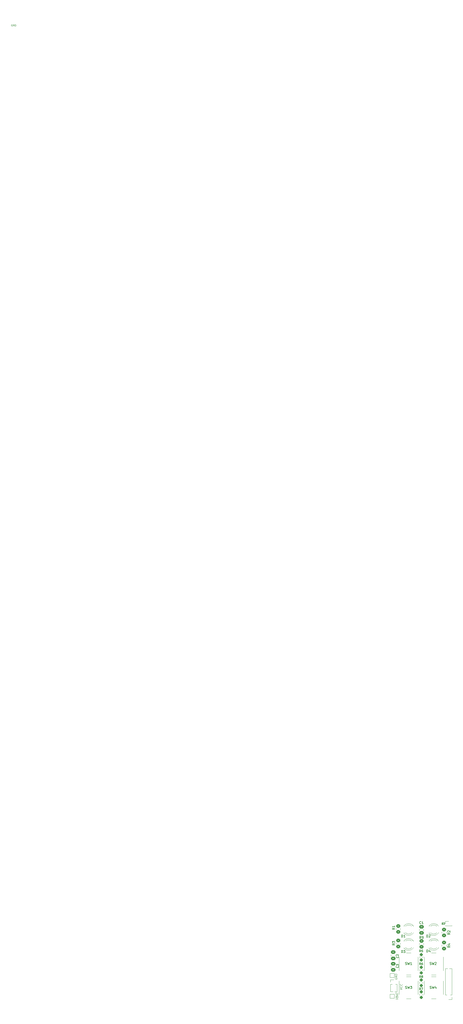
<source format=gbr>
%TF.GenerationSoftware,KiCad,Pcbnew,8.0.8-8.0.8-0~ubuntu22.04.1*%
%TF.CreationDate,2025-02-18T10:23:41+01:00*%
%TF.ProjectId,HB_Stamp_IO_EXT_LEDs_Buttons_FUEL4EP,48425f53-7461-46d7-905f-494f5f455854,1.5*%
%TF.SameCoordinates,Original*%
%TF.FileFunction,Legend,Top*%
%TF.FilePolarity,Positive*%
%FSLAX46Y46*%
G04 Gerber Fmt 4.6, Leading zero omitted, Abs format (unit mm)*
G04 Created by KiCad (PCBNEW 8.0.8-8.0.8-0~ubuntu22.04.1) date 2025-02-18 10:23:41*
%MOMM*%
%LPD*%
G01*
G04 APERTURE LIST*
G04 Aperture macros list*
%AMRoundRect*
0 Rectangle with rounded corners*
0 $1 Rounding radius*
0 $2 $3 $4 $5 $6 $7 $8 $9 X,Y pos of 4 corners*
0 Add a 4 corners polygon primitive as box body*
4,1,4,$2,$3,$4,$5,$6,$7,$8,$9,$2,$3,0*
0 Add four circle primitives for the rounded corners*
1,1,$1+$1,$2,$3*
1,1,$1+$1,$4,$5*
1,1,$1+$1,$6,$7*
1,1,$1+$1,$8,$9*
0 Add four rect primitives between the rounded corners*
20,1,$1+$1,$2,$3,$4,$5,0*
20,1,$1+$1,$4,$5,$6,$7,0*
20,1,$1+$1,$6,$7,$8,$9,0*
20,1,$1+$1,$8,$9,$2,$3,0*%
G04 Aperture macros list end*
%ADD10C,0.150000*%
%ADD11C,0.100000*%
%ADD12C,0.120000*%
%ADD13R,1.800000X1.800000*%
%ADD14C,1.800000*%
%ADD15RoundRect,0.250000X-0.450000X0.350000X-0.450000X-0.350000X0.450000X-0.350000X0.450000X0.350000X0*%
%ADD16R,1.000000X1.000000*%
%ADD17O,1.000000X1.000000*%
%ADD18RoundRect,0.237500X-0.237500X0.250000X-0.237500X-0.250000X0.237500X-0.250000X0.237500X0.250000X0*%
%ADD19C,2.000000*%
%ADD20RoundRect,0.237500X0.237500X-0.250000X0.237500X0.250000X-0.237500X0.250000X-0.237500X-0.250000X0*%
%ADD21RoundRect,0.250000X-0.475000X0.337500X-0.475000X-0.337500X0.475000X-0.337500X0.475000X0.337500X0*%
%ADD22RoundRect,0.250000X0.475000X-0.337500X0.475000X0.337500X-0.475000X0.337500X-0.475000X-0.337500X0*%
G04 APERTURE END LIST*
D10*
X18170741Y25998714D02*
X18256455Y25970142D01*
X18256455Y25970142D02*
X18285026Y25941571D01*
X18285026Y25941571D02*
X18313598Y25884428D01*
X18313598Y25884428D02*
X18313598Y25798714D01*
X18313598Y25798714D02*
X18285026Y25741571D01*
X18285026Y25741571D02*
X18256455Y25713000D01*
X18256455Y25713000D02*
X18199312Y25684428D01*
X18199312Y25684428D02*
X17970741Y25684428D01*
X17970741Y25684428D02*
X17970741Y26284428D01*
X17970741Y26284428D02*
X18170741Y26284428D01*
X18170741Y26284428D02*
X18227884Y26255857D01*
X18227884Y26255857D02*
X18256455Y26227285D01*
X18256455Y26227285D02*
X18285026Y26170142D01*
X18285026Y26170142D02*
X18285026Y26113000D01*
X18285026Y26113000D02*
X18256455Y26055857D01*
X18256455Y26055857D02*
X18227884Y26027285D01*
X18227884Y26027285D02*
X18170741Y25998714D01*
X18170741Y25998714D02*
X17970741Y25998714D01*
X18513598Y26284428D02*
X18885026Y26284428D01*
X18885026Y26284428D02*
X18685026Y26055857D01*
X18685026Y26055857D02*
X18770741Y26055857D01*
X18770741Y26055857D02*
X18827884Y26027285D01*
X18827884Y26027285D02*
X18856455Y25998714D01*
X18856455Y25998714D02*
X18885026Y25941571D01*
X18885026Y25941571D02*
X18885026Y25798714D01*
X18885026Y25798714D02*
X18856455Y25741571D01*
X18856455Y25741571D02*
X18827884Y25713000D01*
X18827884Y25713000D02*
X18770741Y25684428D01*
X18770741Y25684428D02*
X18599312Y25684428D01*
X18599312Y25684428D02*
X18542169Y25713000D01*
X18542169Y25713000D02*
X18513598Y25741571D01*
D11*
X3936633Y3976000D02*
X4636633Y4121833D01*
X4636633Y4121833D02*
X3936633Y4442666D01*
X4569966Y4996833D02*
X4603300Y4959333D01*
X4603300Y4959333D02*
X4636633Y4855166D01*
X4636633Y4855166D02*
X4636633Y4788500D01*
X4636633Y4788500D02*
X4603300Y4692666D01*
X4603300Y4692666D02*
X4536633Y4634333D01*
X4536633Y4634333D02*
X4469966Y4609333D01*
X4469966Y4609333D02*
X4336633Y4592666D01*
X4336633Y4592666D02*
X4236633Y4605166D01*
X4236633Y4605166D02*
X4103300Y4655166D01*
X4103300Y4655166D02*
X4036633Y4696833D01*
X4036633Y4696833D02*
X3969966Y4771833D01*
X3969966Y4771833D02*
X3936633Y4876000D01*
X3936633Y4876000D02*
X3936633Y4942666D01*
X3936633Y4942666D02*
X3969966Y5038500D01*
X3969966Y5038500D02*
X4003300Y5067666D01*
X4569966Y5696833D02*
X4603300Y5659333D01*
X4603300Y5659333D02*
X4636633Y5555166D01*
X4636633Y5555166D02*
X4636633Y5488500D01*
X4636633Y5488500D02*
X4603300Y5392666D01*
X4603300Y5392666D02*
X4536633Y5334333D01*
X4536633Y5334333D02*
X4469966Y5309333D01*
X4469966Y5309333D02*
X4336633Y5292666D01*
X4336633Y5292666D02*
X4236633Y5305166D01*
X4236633Y5305166D02*
X4103300Y5355166D01*
X4103300Y5355166D02*
X4036633Y5396833D01*
X4036633Y5396833D02*
X3969966Y5471833D01*
X3969966Y5471833D02*
X3936633Y5576000D01*
X3936633Y5576000D02*
X3936633Y5642666D01*
X3936633Y5642666D02*
X3969966Y5738500D01*
X3969966Y5738500D02*
X4003300Y5767666D01*
X2242766Y7775434D02*
X2209433Y7712934D01*
X2209433Y7712934D02*
X2209433Y7612934D01*
X2209433Y7612934D02*
X2242766Y7508767D01*
X2242766Y7508767D02*
X2309433Y7433767D01*
X2309433Y7433767D02*
X2376100Y7392100D01*
X2376100Y7392100D02*
X2509433Y7342100D01*
X2509433Y7342100D02*
X2609433Y7329600D01*
X2609433Y7329600D02*
X2742766Y7346267D01*
X2742766Y7346267D02*
X2809433Y7371267D01*
X2809433Y7371267D02*
X2876100Y7429600D01*
X2876100Y7429600D02*
X2909433Y7525434D01*
X2909433Y7525434D02*
X2909433Y7592100D01*
X2909433Y7592100D02*
X2876100Y7696267D01*
X2876100Y7696267D02*
X2842766Y7733767D01*
X2842766Y7733767D02*
X2609433Y7762934D01*
X2609433Y7762934D02*
X2609433Y7629600D01*
X2909433Y8025434D02*
X2209433Y8112934D01*
X2209433Y8112934D02*
X2909433Y8425434D01*
X2909433Y8425434D02*
X2209433Y8512934D01*
X2909433Y8758767D02*
X2209433Y8846267D01*
X2209433Y8846267D02*
X2209433Y9012933D01*
X2209433Y9012933D02*
X2242766Y9108767D01*
X2242766Y9108767D02*
X2309433Y9167100D01*
X2309433Y9167100D02*
X2376100Y9192100D01*
X2376100Y9192100D02*
X2509433Y9208767D01*
X2509433Y9208767D02*
X2609433Y9196267D01*
X2609433Y9196267D02*
X2742766Y9146267D01*
X2742766Y9146267D02*
X2809433Y9104600D01*
X2809433Y9104600D02*
X2876100Y9029600D01*
X2876100Y9029600D02*
X2909433Y8925433D01*
X2909433Y8925433D02*
X2909433Y8758767D01*
X-125933142Y326689057D02*
X-125990285Y326717628D01*
X-125990285Y326717628D02*
X-126075999Y326717628D01*
X-126075999Y326717628D02*
X-126161713Y326689057D01*
X-126161713Y326689057D02*
X-126218856Y326631914D01*
X-126218856Y326631914D02*
X-126247427Y326574771D01*
X-126247427Y326574771D02*
X-126275999Y326460485D01*
X-126275999Y326460485D02*
X-126275999Y326374771D01*
X-126275999Y326374771D02*
X-126247427Y326260485D01*
X-126247427Y326260485D02*
X-126218856Y326203342D01*
X-126218856Y326203342D02*
X-126161713Y326146200D01*
X-126161713Y326146200D02*
X-126075999Y326117628D01*
X-126075999Y326117628D02*
X-126018856Y326117628D01*
X-126018856Y326117628D02*
X-125933142Y326146200D01*
X-125933142Y326146200D02*
X-125904570Y326174771D01*
X-125904570Y326174771D02*
X-125904570Y326374771D01*
X-125904570Y326374771D02*
X-126018856Y326374771D01*
X-125647427Y326117628D02*
X-125647427Y326717628D01*
X-125647427Y326717628D02*
X-125304570Y326117628D01*
X-125304570Y326117628D02*
X-125304570Y326717628D01*
X-125018856Y326117628D02*
X-125018856Y326717628D01*
X-125018856Y326717628D02*
X-124875999Y326717628D01*
X-124875999Y326717628D02*
X-124790285Y326689057D01*
X-124790285Y326689057D02*
X-124733142Y326631914D01*
X-124733142Y326631914D02*
X-124704571Y326574771D01*
X-124704571Y326574771D02*
X-124675999Y326460485D01*
X-124675999Y326460485D02*
X-124675999Y326374771D01*
X-124675999Y326374771D02*
X-124704571Y326260485D01*
X-124704571Y326260485D02*
X-124733142Y326203342D01*
X-124733142Y326203342D02*
X-124790285Y326146200D01*
X-124790285Y326146200D02*
X-124875999Y326117628D01*
X-124875999Y326117628D02*
X-125018856Y326117628D01*
X2514233Y660534D02*
X3214233Y806367D01*
X3214233Y806367D02*
X2514233Y1127200D01*
X2847566Y1552200D02*
X2880900Y1648034D01*
X2880900Y1648034D02*
X2914233Y1677200D01*
X2914233Y1677200D02*
X2980900Y1702200D01*
X2980900Y1702200D02*
X3080900Y1689700D01*
X3080900Y1689700D02*
X3147566Y1648034D01*
X3147566Y1648034D02*
X3180900Y1610534D01*
X3180900Y1610534D02*
X3214233Y1539700D01*
X3214233Y1539700D02*
X3214233Y1273034D01*
X3214233Y1273034D02*
X2514233Y1360534D01*
X2514233Y1360534D02*
X2514233Y1593867D01*
X2514233Y1593867D02*
X2547566Y1656367D01*
X2547566Y1656367D02*
X2580900Y1685534D01*
X2580900Y1685534D02*
X2647566Y1710534D01*
X2647566Y1710534D02*
X2714233Y1702200D01*
X2714233Y1702200D02*
X2780900Y1660534D01*
X2780900Y1660534D02*
X2814233Y1623034D01*
X2814233Y1623034D02*
X2847566Y1552200D01*
X2847566Y1552200D02*
X2847566Y1318867D01*
X3014233Y1964700D02*
X3014233Y2298034D01*
X3214233Y1873034D02*
X2514233Y2193867D01*
X2514233Y2193867D02*
X3214233Y2339700D01*
X2514233Y2560534D02*
X2514233Y2960534D01*
X3214233Y2673034D02*
X2514233Y2760534D01*
D10*
X4419524Y21437704D02*
X4419524Y22237704D01*
X4419524Y22237704D02*
X4610000Y22237704D01*
X4610000Y22237704D02*
X4724286Y22199609D01*
X4724286Y22199609D02*
X4800476Y22123419D01*
X4800476Y22123419D02*
X4838571Y22047228D01*
X4838571Y22047228D02*
X4876667Y21894847D01*
X4876667Y21894847D02*
X4876667Y21780561D01*
X4876667Y21780561D02*
X4838571Y21628180D01*
X4838571Y21628180D02*
X4800476Y21551990D01*
X4800476Y21551990D02*
X4724286Y21475800D01*
X4724286Y21475800D02*
X4610000Y21437704D01*
X4610000Y21437704D02*
X4419524Y21437704D01*
X5638571Y21437704D02*
X5181428Y21437704D01*
X5410000Y21437704D02*
X5410000Y22237704D01*
X5410000Y22237704D02*
X5333809Y22123419D01*
X5333809Y22123419D02*
X5257619Y22047228D01*
X5257619Y22047228D02*
X5181428Y22009133D01*
X20681295Y22853667D02*
X20300342Y22587000D01*
X20681295Y22396524D02*
X19881295Y22396524D01*
X19881295Y22396524D02*
X19881295Y22701286D01*
X19881295Y22701286D02*
X19919390Y22777476D01*
X19919390Y22777476D02*
X19957485Y22815571D01*
X19957485Y22815571D02*
X20033676Y22853667D01*
X20033676Y22853667D02*
X20147961Y22853667D01*
X20147961Y22853667D02*
X20224152Y22815571D01*
X20224152Y22815571D02*
X20262247Y22777476D01*
X20262247Y22777476D02*
X20300342Y22701286D01*
X20300342Y22701286D02*
X20300342Y22396524D01*
X19957485Y23158428D02*
X19919390Y23196524D01*
X19919390Y23196524D02*
X19881295Y23272714D01*
X19881295Y23272714D02*
X19881295Y23463190D01*
X19881295Y23463190D02*
X19919390Y23539381D01*
X19919390Y23539381D02*
X19957485Y23577476D01*
X19957485Y23577476D02*
X20033676Y23615571D01*
X20033676Y23615571D02*
X20109866Y23615571D01*
X20109866Y23615571D02*
X20224152Y23577476D01*
X20224152Y23577476D02*
X20681295Y23120333D01*
X20681295Y23120333D02*
X20681295Y23615571D01*
X10883333Y3783966D02*
X10650000Y4117300D01*
X10483333Y3783966D02*
X10483333Y4483966D01*
X10483333Y4483966D02*
X10750000Y4483966D01*
X10750000Y4483966D02*
X10816667Y4450633D01*
X10816667Y4450633D02*
X10850000Y4417300D01*
X10850000Y4417300D02*
X10883333Y4350633D01*
X10883333Y4350633D02*
X10883333Y4250633D01*
X10883333Y4250633D02*
X10850000Y4183966D01*
X10850000Y4183966D02*
X10816667Y4150633D01*
X10816667Y4150633D02*
X10750000Y4117300D01*
X10750000Y4117300D02*
X10483333Y4117300D01*
X11116667Y4483966D02*
X11583333Y4483966D01*
X11583333Y4483966D02*
X11283333Y3783966D01*
X13933332Y12275800D02*
X14047618Y12237704D01*
X14047618Y12237704D02*
X14238094Y12237704D01*
X14238094Y12237704D02*
X14314285Y12275800D01*
X14314285Y12275800D02*
X14352380Y12313895D01*
X14352380Y12313895D02*
X14390475Y12390085D01*
X14390475Y12390085D02*
X14390475Y12466276D01*
X14390475Y12466276D02*
X14352380Y12542466D01*
X14352380Y12542466D02*
X14314285Y12580561D01*
X14314285Y12580561D02*
X14238094Y12618657D01*
X14238094Y12618657D02*
X14085713Y12656752D01*
X14085713Y12656752D02*
X14009523Y12694847D01*
X14009523Y12694847D02*
X13971428Y12732942D01*
X13971428Y12732942D02*
X13933332Y12809133D01*
X13933332Y12809133D02*
X13933332Y12885323D01*
X13933332Y12885323D02*
X13971428Y12961514D01*
X13971428Y12961514D02*
X14009523Y12999609D01*
X14009523Y12999609D02*
X14085713Y13037704D01*
X14085713Y13037704D02*
X14276190Y13037704D01*
X14276190Y13037704D02*
X14390475Y12999609D01*
X14657142Y13037704D02*
X14847618Y12237704D01*
X14847618Y12237704D02*
X14999999Y12809133D01*
X14999999Y12809133D02*
X15152380Y12237704D01*
X15152380Y12237704D02*
X15342857Y13037704D01*
X15609523Y12961514D02*
X15647619Y12999609D01*
X15647619Y12999609D02*
X15723809Y13037704D01*
X15723809Y13037704D02*
X15914285Y13037704D01*
X15914285Y13037704D02*
X15990476Y12999609D01*
X15990476Y12999609D02*
X16028571Y12961514D01*
X16028571Y12961514D02*
X16066666Y12885323D01*
X16066666Y12885323D02*
X16066666Y12809133D01*
X16066666Y12809133D02*
X16028571Y12694847D01*
X16028571Y12694847D02*
X15571428Y12237704D01*
X15571428Y12237704D02*
X16066666Y12237704D01*
X4419524Y16237704D02*
X4419524Y17037704D01*
X4419524Y17037704D02*
X4610000Y17037704D01*
X4610000Y17037704D02*
X4724286Y16999609D01*
X4724286Y16999609D02*
X4800476Y16923419D01*
X4800476Y16923419D02*
X4838571Y16847228D01*
X4838571Y16847228D02*
X4876667Y16694847D01*
X4876667Y16694847D02*
X4876667Y16580561D01*
X4876667Y16580561D02*
X4838571Y16428180D01*
X4838571Y16428180D02*
X4800476Y16351990D01*
X4800476Y16351990D02*
X4724286Y16275800D01*
X4724286Y16275800D02*
X4610000Y16237704D01*
X4610000Y16237704D02*
X4419524Y16237704D01*
X5143333Y17037704D02*
X5638571Y17037704D01*
X5638571Y17037704D02*
X5371905Y16732942D01*
X5371905Y16732942D02*
X5486190Y16732942D01*
X5486190Y16732942D02*
X5562381Y16694847D01*
X5562381Y16694847D02*
X5600476Y16656752D01*
X5600476Y16656752D02*
X5638571Y16580561D01*
X5638571Y16580561D02*
X5638571Y16390085D01*
X5638571Y16390085D02*
X5600476Y16313895D01*
X5600476Y16313895D02*
X5562381Y16275800D01*
X5562381Y16275800D02*
X5486190Y16237704D01*
X5486190Y16237704D02*
X5257619Y16237704D01*
X5257619Y16237704D02*
X5181428Y16275800D01*
X5181428Y16275800D02*
X5143333Y16313895D01*
X10966667Y20937704D02*
X10700000Y21318657D01*
X10509524Y20937704D02*
X10509524Y21737704D01*
X10509524Y21737704D02*
X10814286Y21737704D01*
X10814286Y21737704D02*
X10890476Y21699609D01*
X10890476Y21699609D02*
X10928571Y21661514D01*
X10928571Y21661514D02*
X10966667Y21585323D01*
X10966667Y21585323D02*
X10966667Y21471038D01*
X10966667Y21471038D02*
X10928571Y21394847D01*
X10928571Y21394847D02*
X10890476Y21356752D01*
X10890476Y21356752D02*
X10814286Y21318657D01*
X10814286Y21318657D02*
X10509524Y21318657D01*
X11347619Y20937704D02*
X11500000Y20937704D01*
X11500000Y20937704D02*
X11576190Y20975800D01*
X11576190Y20975800D02*
X11614286Y21013895D01*
X11614286Y21013895D02*
X11690476Y21128180D01*
X11690476Y21128180D02*
X11728571Y21280561D01*
X11728571Y21280561D02*
X11728571Y21585323D01*
X11728571Y21585323D02*
X11690476Y21661514D01*
X11690476Y21661514D02*
X11652381Y21699609D01*
X11652381Y21699609D02*
X11576190Y21737704D01*
X11576190Y21737704D02*
X11423809Y21737704D01*
X11423809Y21737704D02*
X11347619Y21699609D01*
X11347619Y21699609D02*
X11309524Y21661514D01*
X11309524Y21661514D02*
X11271428Y21585323D01*
X11271428Y21585323D02*
X11271428Y21394847D01*
X11271428Y21394847D02*
X11309524Y21318657D01*
X11309524Y21318657D02*
X11347619Y21280561D01*
X11347619Y21280561D02*
X11423809Y21242466D01*
X11423809Y21242466D02*
X11576190Y21242466D01*
X11576190Y21242466D02*
X11652381Y21280561D01*
X11652381Y21280561D02*
X11690476Y21318657D01*
X11690476Y21318657D02*
X11728571Y21394847D01*
X10883333Y12183966D02*
X10650000Y12517300D01*
X10483333Y12183966D02*
X10483333Y12883966D01*
X10483333Y12883966D02*
X10750000Y12883966D01*
X10750000Y12883966D02*
X10816667Y12850633D01*
X10816667Y12850633D02*
X10850000Y12817300D01*
X10850000Y12817300D02*
X10883333Y12750633D01*
X10883333Y12750633D02*
X10883333Y12650633D01*
X10883333Y12650633D02*
X10850000Y12583966D01*
X10850000Y12583966D02*
X10816667Y12550633D01*
X10816667Y12550633D02*
X10750000Y12517300D01*
X10750000Y12517300D02*
X10483333Y12517300D01*
X11483333Y12883966D02*
X11350000Y12883966D01*
X11350000Y12883966D02*
X11283333Y12850633D01*
X11283333Y12850633D02*
X11250000Y12817300D01*
X11250000Y12817300D02*
X11183333Y12717300D01*
X11183333Y12717300D02*
X11150000Y12583966D01*
X11150000Y12583966D02*
X11150000Y12317300D01*
X11150000Y12317300D02*
X11183333Y12250633D01*
X11183333Y12250633D02*
X11216667Y12217300D01*
X11216667Y12217300D02*
X11283333Y12183966D01*
X11283333Y12183966D02*
X11416667Y12183966D01*
X11416667Y12183966D02*
X11483333Y12217300D01*
X11483333Y12217300D02*
X11516667Y12250633D01*
X11516667Y12250633D02*
X11550000Y12317300D01*
X11550000Y12317300D02*
X11550000Y12483966D01*
X11550000Y12483966D02*
X11516667Y12550633D01*
X11516667Y12550633D02*
X11483333Y12583966D01*
X11483333Y12583966D02*
X11416667Y12617300D01*
X11416667Y12617300D02*
X11283333Y12617300D01*
X11283333Y12617300D02*
X11216667Y12583966D01*
X11216667Y12583966D02*
X11183333Y12550633D01*
X11183333Y12550633D02*
X11150000Y12483966D01*
X12819524Y16437704D02*
X12819524Y17237704D01*
X12819524Y17237704D02*
X13010000Y17237704D01*
X13010000Y17237704D02*
X13124286Y17199609D01*
X13124286Y17199609D02*
X13200476Y17123419D01*
X13200476Y17123419D02*
X13238571Y17047228D01*
X13238571Y17047228D02*
X13276667Y16894847D01*
X13276667Y16894847D02*
X13276667Y16780561D01*
X13276667Y16780561D02*
X13238571Y16628180D01*
X13238571Y16628180D02*
X13200476Y16551990D01*
X13200476Y16551990D02*
X13124286Y16475800D01*
X13124286Y16475800D02*
X13010000Y16437704D01*
X13010000Y16437704D02*
X12819524Y16437704D01*
X13962381Y16971038D02*
X13962381Y16437704D01*
X13771905Y17275800D02*
X13581428Y16704371D01*
X13581428Y16704371D02*
X14076667Y16704371D01*
X20681295Y18519667D02*
X20300342Y18253000D01*
X20681295Y18062524D02*
X19881295Y18062524D01*
X19881295Y18062524D02*
X19881295Y18367286D01*
X19881295Y18367286D02*
X19919390Y18443476D01*
X19919390Y18443476D02*
X19957485Y18481571D01*
X19957485Y18481571D02*
X20033676Y18519667D01*
X20033676Y18519667D02*
X20147961Y18519667D01*
X20147961Y18519667D02*
X20224152Y18481571D01*
X20224152Y18481571D02*
X20262247Y18443476D01*
X20262247Y18443476D02*
X20300342Y18367286D01*
X20300342Y18367286D02*
X20300342Y18062524D01*
X20147961Y19205381D02*
X20681295Y19205381D01*
X19843200Y19014905D02*
X20414628Y18824428D01*
X20414628Y18824428D02*
X20414628Y19319667D01*
X10883333Y7883966D02*
X10650000Y8217300D01*
X10483333Y7883966D02*
X10483333Y8583966D01*
X10483333Y8583966D02*
X10750000Y8583966D01*
X10750000Y8583966D02*
X10816667Y8550633D01*
X10816667Y8550633D02*
X10850000Y8517300D01*
X10850000Y8517300D02*
X10883333Y8450633D01*
X10883333Y8450633D02*
X10883333Y8350633D01*
X10883333Y8350633D02*
X10850000Y8283966D01*
X10850000Y8283966D02*
X10816667Y8250633D01*
X10816667Y8250633D02*
X10750000Y8217300D01*
X10750000Y8217300D02*
X10483333Y8217300D01*
X11283333Y8283966D02*
X11216667Y8317300D01*
X11216667Y8317300D02*
X11183333Y8350633D01*
X11183333Y8350633D02*
X11150000Y8417300D01*
X11150000Y8417300D02*
X11150000Y8450633D01*
X11150000Y8450633D02*
X11183333Y8517300D01*
X11183333Y8517300D02*
X11216667Y8550633D01*
X11216667Y8550633D02*
X11283333Y8583966D01*
X11283333Y8583966D02*
X11416667Y8583966D01*
X11416667Y8583966D02*
X11483333Y8550633D01*
X11483333Y8550633D02*
X11516667Y8517300D01*
X11516667Y8517300D02*
X11550000Y8450633D01*
X11550000Y8450633D02*
X11550000Y8417300D01*
X11550000Y8417300D02*
X11516667Y8350633D01*
X11516667Y8350633D02*
X11483333Y8317300D01*
X11483333Y8317300D02*
X11416667Y8283966D01*
X11416667Y8283966D02*
X11283333Y8283966D01*
X11283333Y8283966D02*
X11216667Y8250633D01*
X11216667Y8250633D02*
X11183333Y8217300D01*
X11183333Y8217300D02*
X11150000Y8150633D01*
X11150000Y8150633D02*
X11150000Y8017300D01*
X11150000Y8017300D02*
X11183333Y7950633D01*
X11183333Y7950633D02*
X11216667Y7917300D01*
X11216667Y7917300D02*
X11283333Y7883966D01*
X11283333Y7883966D02*
X11416667Y7883966D01*
X11416667Y7883966D02*
X11483333Y7917300D01*
X11483333Y7917300D02*
X11516667Y7950633D01*
X11516667Y7950633D02*
X11550000Y8017300D01*
X11550000Y8017300D02*
X11550000Y8150633D01*
X11550000Y8150633D02*
X11516667Y8217300D01*
X11516667Y8217300D02*
X11483333Y8250633D01*
X11483333Y8250633D02*
X11416667Y8283966D01*
X12819524Y21437704D02*
X12819524Y22237704D01*
X12819524Y22237704D02*
X13010000Y22237704D01*
X13010000Y22237704D02*
X13124286Y22199609D01*
X13124286Y22199609D02*
X13200476Y22123419D01*
X13200476Y22123419D02*
X13238571Y22047228D01*
X13238571Y22047228D02*
X13276667Y21894847D01*
X13276667Y21894847D02*
X13276667Y21780561D01*
X13276667Y21780561D02*
X13238571Y21628180D01*
X13238571Y21628180D02*
X13200476Y21551990D01*
X13200476Y21551990D02*
X13124286Y21475800D01*
X13124286Y21475800D02*
X13010000Y21437704D01*
X13010000Y21437704D02*
X12819524Y21437704D01*
X13581428Y22161514D02*
X13619524Y22199609D01*
X13619524Y22199609D02*
X13695714Y22237704D01*
X13695714Y22237704D02*
X13886190Y22237704D01*
X13886190Y22237704D02*
X13962381Y22199609D01*
X13962381Y22199609D02*
X14000476Y22161514D01*
X14000476Y22161514D02*
X14038571Y22085323D01*
X14038571Y22085323D02*
X14038571Y22009133D01*
X14038571Y22009133D02*
X14000476Y21894847D01*
X14000476Y21894847D02*
X13543333Y21437704D01*
X13543333Y21437704D02*
X14038571Y21437704D01*
X5733332Y4275800D02*
X5847618Y4237704D01*
X5847618Y4237704D02*
X6038094Y4237704D01*
X6038094Y4237704D02*
X6114285Y4275800D01*
X6114285Y4275800D02*
X6152380Y4313895D01*
X6152380Y4313895D02*
X6190475Y4390085D01*
X6190475Y4390085D02*
X6190475Y4466276D01*
X6190475Y4466276D02*
X6152380Y4542466D01*
X6152380Y4542466D02*
X6114285Y4580561D01*
X6114285Y4580561D02*
X6038094Y4618657D01*
X6038094Y4618657D02*
X5885713Y4656752D01*
X5885713Y4656752D02*
X5809523Y4694847D01*
X5809523Y4694847D02*
X5771428Y4732942D01*
X5771428Y4732942D02*
X5733332Y4809133D01*
X5733332Y4809133D02*
X5733332Y4885323D01*
X5733332Y4885323D02*
X5771428Y4961514D01*
X5771428Y4961514D02*
X5809523Y4999609D01*
X5809523Y4999609D02*
X5885713Y5037704D01*
X5885713Y5037704D02*
X6076190Y5037704D01*
X6076190Y5037704D02*
X6190475Y4999609D01*
X6457142Y5037704D02*
X6647618Y4237704D01*
X6647618Y4237704D02*
X6799999Y4809133D01*
X6799999Y4809133D02*
X6952380Y4237704D01*
X6952380Y4237704D02*
X7142857Y5037704D01*
X7371428Y5037704D02*
X7866666Y5037704D01*
X7866666Y5037704D02*
X7600000Y4732942D01*
X7600000Y4732942D02*
X7714285Y4732942D01*
X7714285Y4732942D02*
X7790476Y4694847D01*
X7790476Y4694847D02*
X7828571Y4656752D01*
X7828571Y4656752D02*
X7866666Y4580561D01*
X7866666Y4580561D02*
X7866666Y4390085D01*
X7866666Y4390085D02*
X7828571Y4313895D01*
X7828571Y4313895D02*
X7790476Y4275800D01*
X7790476Y4275800D02*
X7714285Y4237704D01*
X7714285Y4237704D02*
X7485714Y4237704D01*
X7485714Y4237704D02*
X7409523Y4275800D01*
X7409523Y4275800D02*
X7371428Y4313895D01*
X2160295Y24479667D02*
X1779342Y24213000D01*
X2160295Y24022524D02*
X1360295Y24022524D01*
X1360295Y24022524D02*
X1360295Y24327286D01*
X1360295Y24327286D02*
X1398390Y24403476D01*
X1398390Y24403476D02*
X1436485Y24441571D01*
X1436485Y24441571D02*
X1512676Y24479667D01*
X1512676Y24479667D02*
X1626961Y24479667D01*
X1626961Y24479667D02*
X1703152Y24441571D01*
X1703152Y24441571D02*
X1741247Y24403476D01*
X1741247Y24403476D02*
X1779342Y24327286D01*
X1779342Y24327286D02*
X1779342Y24022524D01*
X2160295Y25241571D02*
X2160295Y24784428D01*
X2160295Y25013000D02*
X1360295Y25013000D01*
X1360295Y25013000D02*
X1474580Y24936809D01*
X1474580Y24936809D02*
X1550771Y24860619D01*
X1550771Y24860619D02*
X1588866Y24784428D01*
X3349366Y14983333D02*
X3382700Y14950000D01*
X3382700Y14950000D02*
X3416033Y14850000D01*
X3416033Y14850000D02*
X3416033Y14783333D01*
X3416033Y14783333D02*
X3382700Y14683333D01*
X3382700Y14683333D02*
X3316033Y14616667D01*
X3316033Y14616667D02*
X3249366Y14583333D01*
X3249366Y14583333D02*
X3116033Y14550000D01*
X3116033Y14550000D02*
X3016033Y14550000D01*
X3016033Y14550000D02*
X2882700Y14583333D01*
X2882700Y14583333D02*
X2816033Y14616667D01*
X2816033Y14616667D02*
X2749366Y14683333D01*
X2749366Y14683333D02*
X2716033Y14783333D01*
X2716033Y14783333D02*
X2716033Y14850000D01*
X2716033Y14850000D02*
X2749366Y14950000D01*
X2749366Y14950000D02*
X2782700Y14983333D01*
X2782700Y15250000D02*
X2749366Y15283333D01*
X2749366Y15283333D02*
X2716033Y15350000D01*
X2716033Y15350000D02*
X2716033Y15516667D01*
X2716033Y15516667D02*
X2749366Y15583333D01*
X2749366Y15583333D02*
X2782700Y15616667D01*
X2782700Y15616667D02*
X2849366Y15650000D01*
X2849366Y15650000D02*
X2916033Y15650000D01*
X2916033Y15650000D02*
X3016033Y15616667D01*
X3016033Y15616667D02*
X3416033Y15216667D01*
X3416033Y15216667D02*
X3416033Y15650000D01*
X3349366Y11683333D02*
X3382700Y11650000D01*
X3382700Y11650000D02*
X3416033Y11550000D01*
X3416033Y11550000D02*
X3416033Y11483333D01*
X3416033Y11483333D02*
X3382700Y11383333D01*
X3382700Y11383333D02*
X3316033Y11316667D01*
X3316033Y11316667D02*
X3249366Y11283333D01*
X3249366Y11283333D02*
X3116033Y11250000D01*
X3116033Y11250000D02*
X3016033Y11250000D01*
X3016033Y11250000D02*
X2882700Y11283333D01*
X2882700Y11283333D02*
X2816033Y11316667D01*
X2816033Y11316667D02*
X2749366Y11383333D01*
X2749366Y11383333D02*
X2716033Y11483333D01*
X2716033Y11483333D02*
X2716033Y11550000D01*
X2716033Y11550000D02*
X2749366Y11650000D01*
X2749366Y11650000D02*
X2782700Y11683333D01*
X2716033Y11916667D02*
X2716033Y12350000D01*
X2716033Y12350000D02*
X2982700Y12116667D01*
X2982700Y12116667D02*
X2982700Y12216667D01*
X2982700Y12216667D02*
X3016033Y12283333D01*
X3016033Y12283333D02*
X3049366Y12316667D01*
X3049366Y12316667D02*
X3116033Y12350000D01*
X3116033Y12350000D02*
X3282700Y12350000D01*
X3282700Y12350000D02*
X3349366Y12316667D01*
X3349366Y12316667D02*
X3382700Y12283333D01*
X3382700Y12283333D02*
X3416033Y12216667D01*
X3416033Y12216667D02*
X3416033Y12016667D01*
X3416033Y12016667D02*
X3382700Y11950000D01*
X3382700Y11950000D02*
X3349366Y11916667D01*
X10883333Y16483966D02*
X10650000Y16817300D01*
X10483333Y16483966D02*
X10483333Y17183966D01*
X10483333Y17183966D02*
X10750000Y17183966D01*
X10750000Y17183966D02*
X10816667Y17150633D01*
X10816667Y17150633D02*
X10850000Y17117300D01*
X10850000Y17117300D02*
X10883333Y17050633D01*
X10883333Y17050633D02*
X10883333Y16950633D01*
X10883333Y16950633D02*
X10850000Y16883966D01*
X10850000Y16883966D02*
X10816667Y16850633D01*
X10816667Y16850633D02*
X10750000Y16817300D01*
X10750000Y16817300D02*
X10483333Y16817300D01*
X11516667Y17183966D02*
X11183333Y17183966D01*
X11183333Y17183966D02*
X11150000Y16850633D01*
X11150000Y16850633D02*
X11183333Y16883966D01*
X11183333Y16883966D02*
X11250000Y16917300D01*
X11250000Y16917300D02*
X11416667Y16917300D01*
X11416667Y16917300D02*
X11483333Y16883966D01*
X11483333Y16883966D02*
X11516667Y16850633D01*
X11516667Y16850633D02*
X11550000Y16783966D01*
X11550000Y16783966D02*
X11550000Y16617300D01*
X11550000Y16617300D02*
X11516667Y16550633D01*
X11516667Y16550633D02*
X11483333Y16517300D01*
X11483333Y16517300D02*
X11416667Y16483966D01*
X11416667Y16483966D02*
X11250000Y16483966D01*
X11250000Y16483966D02*
X11183333Y16517300D01*
X11183333Y16517300D02*
X11150000Y16550633D01*
X2160295Y19281667D02*
X1779342Y19015000D01*
X2160295Y18824524D02*
X1360295Y18824524D01*
X1360295Y18824524D02*
X1360295Y19129286D01*
X1360295Y19129286D02*
X1398390Y19205476D01*
X1398390Y19205476D02*
X1436485Y19243571D01*
X1436485Y19243571D02*
X1512676Y19281667D01*
X1512676Y19281667D02*
X1626961Y19281667D01*
X1626961Y19281667D02*
X1703152Y19243571D01*
X1703152Y19243571D02*
X1741247Y19205476D01*
X1741247Y19205476D02*
X1779342Y19129286D01*
X1779342Y19129286D02*
X1779342Y18824524D01*
X1360295Y19548333D02*
X1360295Y20043571D01*
X1360295Y20043571D02*
X1665057Y19776905D01*
X1665057Y19776905D02*
X1665057Y19891190D01*
X1665057Y19891190D02*
X1703152Y19967381D01*
X1703152Y19967381D02*
X1741247Y20005476D01*
X1741247Y20005476D02*
X1817438Y20043571D01*
X1817438Y20043571D02*
X2007914Y20043571D01*
X2007914Y20043571D02*
X2084104Y20005476D01*
X2084104Y20005476D02*
X2122200Y19967381D01*
X2122200Y19967381D02*
X2160295Y19891190D01*
X2160295Y19891190D02*
X2160295Y19662619D01*
X2160295Y19662619D02*
X2122200Y19586428D01*
X2122200Y19586428D02*
X2084104Y19548333D01*
X13933332Y4275800D02*
X14047618Y4237704D01*
X14047618Y4237704D02*
X14238094Y4237704D01*
X14238094Y4237704D02*
X14314285Y4275800D01*
X14314285Y4275800D02*
X14352380Y4313895D01*
X14352380Y4313895D02*
X14390475Y4390085D01*
X14390475Y4390085D02*
X14390475Y4466276D01*
X14390475Y4466276D02*
X14352380Y4542466D01*
X14352380Y4542466D02*
X14314285Y4580561D01*
X14314285Y4580561D02*
X14238094Y4618657D01*
X14238094Y4618657D02*
X14085713Y4656752D01*
X14085713Y4656752D02*
X14009523Y4694847D01*
X14009523Y4694847D02*
X13971428Y4732942D01*
X13971428Y4732942D02*
X13933332Y4809133D01*
X13933332Y4809133D02*
X13933332Y4885323D01*
X13933332Y4885323D02*
X13971428Y4961514D01*
X13971428Y4961514D02*
X14009523Y4999609D01*
X14009523Y4999609D02*
X14085713Y5037704D01*
X14085713Y5037704D02*
X14276190Y5037704D01*
X14276190Y5037704D02*
X14390475Y4999609D01*
X14657142Y5037704D02*
X14847618Y4237704D01*
X14847618Y4237704D02*
X14999999Y4809133D01*
X14999999Y4809133D02*
X15152380Y4237704D01*
X15152380Y4237704D02*
X15342857Y5037704D01*
X15990476Y4771038D02*
X15990476Y4237704D01*
X15800000Y5075800D02*
X15609523Y4504371D01*
X15609523Y4504371D02*
X16104762Y4504371D01*
X10966667Y25976395D02*
X10928571Y25938300D01*
X10928571Y25938300D02*
X10814286Y25900204D01*
X10814286Y25900204D02*
X10738095Y25900204D01*
X10738095Y25900204D02*
X10623809Y25938300D01*
X10623809Y25938300D02*
X10547619Y26014490D01*
X10547619Y26014490D02*
X10509524Y26090680D01*
X10509524Y26090680D02*
X10471428Y26243061D01*
X10471428Y26243061D02*
X10471428Y26357347D01*
X10471428Y26357347D02*
X10509524Y26509728D01*
X10509524Y26509728D02*
X10547619Y26585919D01*
X10547619Y26585919D02*
X10623809Y26662109D01*
X10623809Y26662109D02*
X10738095Y26700204D01*
X10738095Y26700204D02*
X10814286Y26700204D01*
X10814286Y26700204D02*
X10928571Y26662109D01*
X10928571Y26662109D02*
X10966667Y26624014D01*
X11728571Y25900204D02*
X11271428Y25900204D01*
X11500000Y25900204D02*
X11500000Y26700204D01*
X11500000Y26700204D02*
X11423809Y26585919D01*
X11423809Y26585919D02*
X11347619Y26509728D01*
X11347619Y26509728D02*
X11271428Y26471633D01*
X5733332Y12275800D02*
X5847618Y12237704D01*
X5847618Y12237704D02*
X6038094Y12237704D01*
X6038094Y12237704D02*
X6114285Y12275800D01*
X6114285Y12275800D02*
X6152380Y12313895D01*
X6152380Y12313895D02*
X6190475Y12390085D01*
X6190475Y12390085D02*
X6190475Y12466276D01*
X6190475Y12466276D02*
X6152380Y12542466D01*
X6152380Y12542466D02*
X6114285Y12580561D01*
X6114285Y12580561D02*
X6038094Y12618657D01*
X6038094Y12618657D02*
X5885713Y12656752D01*
X5885713Y12656752D02*
X5809523Y12694847D01*
X5809523Y12694847D02*
X5771428Y12732942D01*
X5771428Y12732942D02*
X5733332Y12809133D01*
X5733332Y12809133D02*
X5733332Y12885323D01*
X5733332Y12885323D02*
X5771428Y12961514D01*
X5771428Y12961514D02*
X5809523Y12999609D01*
X5809523Y12999609D02*
X5885713Y13037704D01*
X5885713Y13037704D02*
X6076190Y13037704D01*
X6076190Y13037704D02*
X6190475Y12999609D01*
X6457142Y13037704D02*
X6647618Y12237704D01*
X6647618Y12237704D02*
X6799999Y12809133D01*
X6799999Y12809133D02*
X6952380Y12237704D01*
X6952380Y12237704D02*
X7142857Y13037704D01*
X7866666Y12237704D02*
X7409523Y12237704D01*
X7638095Y12237704D02*
X7638095Y13037704D01*
X7638095Y13037704D02*
X7561904Y12923419D01*
X7561904Y12923419D02*
X7485714Y12847228D01*
X7485714Y12847228D02*
X7409523Y12809133D01*
D12*
%TO.C,D1*%
X5240000Y25236000D02*
X5240000Y25080000D01*
X5240000Y22920000D02*
X5240000Y22764000D01*
X5240000Y25235516D02*
G75*
G02*
X8471397Y25080061I1560000J-1235516D01*
G01*
X5759039Y25080000D02*
G75*
G02*
X7840910Y25080049I1040961J-1080000D01*
G01*
X7840910Y22919951D02*
G75*
G02*
X5759039Y22920000I-1040910J1080049D01*
G01*
X8471397Y22919939D02*
G75*
G02*
X5240000Y22764484I-1671397J1080061D01*
G01*
%TO.C,R2*%
X17934000Y23214064D02*
X17934000Y22759936D01*
X19404000Y23214064D02*
X19404000Y22759936D01*
%TO.C,J1*%
X718800Y7211600D02*
X1828800Y7211600D01*
X718800Y6451600D02*
X718800Y7211600D01*
X718800Y5691600D02*
X718800Y3216600D01*
X718800Y5691600D02*
X1265329Y5691600D01*
X718800Y3216600D02*
X1521270Y3216600D01*
X2136330Y3216600D02*
X2938800Y3216600D01*
X2392271Y5691600D02*
X2938800Y5691600D01*
X2938800Y5691600D02*
X2938800Y3216600D01*
%TO.C,R7*%
X10477500Y2454724D02*
X10477500Y1945276D01*
X11522500Y2454724D02*
X11522500Y1945276D01*
%TO.C,SW2*%
X12025000Y14790000D02*
X12025000Y10290000D01*
X14450000Y8857000D02*
X15950000Y8857000D01*
X15950000Y16223000D02*
X14450000Y16223000D01*
X18375000Y10290000D02*
X18375000Y14790000D01*
%TO.C,D3*%
X5240000Y20236000D02*
X5240000Y20080000D01*
X5240000Y17920000D02*
X5240000Y17764000D01*
X5240000Y20235516D02*
G75*
G02*
X8471397Y20080061I1560000J-1235516D01*
G01*
X5759039Y20080000D02*
G75*
G02*
X7840910Y20080049I1040961J-1080000D01*
G01*
X7840910Y17919951D02*
G75*
G02*
X5759039Y17920000I-1040910J1080049D01*
G01*
X8471397Y17919939D02*
G75*
G02*
X5240000Y17764484I-1671397J1080061D01*
G01*
%TO.C,R9*%
X10365000Y19427064D02*
X10365000Y18972936D01*
X11835000Y19427064D02*
X11835000Y18972936D01*
%TO.C,R6*%
X10526500Y10667224D02*
X10526500Y10157776D01*
X11571500Y10667224D02*
X11571500Y10157776D01*
%TO.C,J6*%
X19057600Y26769600D02*
X20167600Y26769600D01*
X19057600Y26009600D02*
X19057600Y26769600D01*
X19057600Y25249600D02*
X19057600Y25314600D01*
X19057600Y25249600D02*
X19604129Y25249600D01*
X19057600Y25249600D02*
X21277600Y25249600D01*
X20731071Y25249600D02*
X21277600Y25249600D01*
X21277600Y25249600D02*
X21277600Y25314600D01*
%TO.C,D4*%
X13640000Y20236000D02*
X13640000Y20080000D01*
X13640000Y17920000D02*
X13640000Y17764000D01*
X13640000Y20235516D02*
G75*
G02*
X16871397Y20080061I1560000J-1235516D01*
G01*
X14159039Y20080000D02*
G75*
G02*
X16240910Y20080049I1040961J-1080000D01*
G01*
X16240910Y17919951D02*
G75*
G02*
X14159039Y17920000I-1040910J1080049D01*
G01*
X16871397Y17919939D02*
G75*
G02*
X13640000Y17764484I-1671397J1080061D01*
G01*
%TO.C,R4*%
X17934000Y18880064D02*
X17934000Y18425936D01*
X19404000Y18880064D02*
X19404000Y18425936D01*
%TO.C,J4*%
X19057600Y2131600D02*
X19057600Y10956600D01*
X19604129Y2131600D02*
X19057600Y2131600D01*
X19860070Y10956600D02*
X19057600Y10956600D01*
X21277600Y10956600D02*
X20475130Y10956600D01*
X21277600Y2131600D02*
X20731071Y2131600D01*
X21277600Y2131600D02*
X21277600Y10956600D01*
X21277600Y1371600D02*
X21277600Y611600D01*
X21277600Y611600D02*
X20167600Y611600D01*
%TO.C,R8*%
X10477500Y5945276D02*
X10477500Y6454724D01*
X11522500Y5945276D02*
X11522500Y6454724D01*
%TO.C,D2*%
X13640000Y25236000D02*
X13640000Y25080000D01*
X13640000Y22920000D02*
X13640000Y22764000D01*
X13640000Y25235516D02*
G75*
G02*
X16871397Y25080061I1560000J-1235516D01*
G01*
X14159039Y25080000D02*
G75*
G02*
X16240910Y25080049I1040961J-1080000D01*
G01*
X16240910Y22919951D02*
G75*
G02*
X14159039Y22920000I-1040910J1080049D01*
G01*
X16871397Y22919939D02*
G75*
G02*
X13640000Y22764484I-1671397J1080061D01*
G01*
%TO.C,SW3*%
X3625000Y6790000D02*
X3625000Y2290000D01*
X6050000Y857000D02*
X7550000Y857000D01*
X7550000Y8223000D02*
X6050000Y8223000D01*
X9975000Y2290000D02*
X9975000Y6790000D01*
%TO.C,R1*%
X2565000Y24427064D02*
X2565000Y23972936D01*
X4035000Y24427064D02*
X4035000Y23972936D01*
%TO.C,C2*%
X865000Y15623752D02*
X865000Y15101248D01*
X2335000Y15623752D02*
X2335000Y15101248D01*
%TO.C,C3*%
X865000Y11276248D02*
X865000Y11798752D01*
X2335000Y11276248D02*
X2335000Y11798752D01*
%TO.C,R5*%
X10526500Y14457776D02*
X10526500Y14967224D01*
X11571500Y14457776D02*
X11571500Y14967224D01*
%TO.C,R3*%
X2565000Y19527064D02*
X2565000Y19072936D01*
X4035000Y19527064D02*
X4035000Y19072936D01*
%TO.C,TP2*%
X570000Y2427200D02*
X1970000Y2427200D01*
X570000Y1027200D02*
X570000Y2427200D01*
X1970000Y2427200D02*
X1970000Y1027200D01*
X1970000Y1027200D02*
X570000Y1027200D01*
%TO.C,SW4*%
X12025000Y6790000D02*
X12025000Y2290000D01*
X14450000Y857000D02*
X15950000Y857000D01*
X15950000Y8223000D02*
X14450000Y8223000D01*
X18375000Y2290000D02*
X18375000Y6790000D01*
%TO.C,C1*%
X10365000Y23638748D02*
X10365000Y24161252D01*
X11835000Y23638748D02*
X11835000Y24161252D01*
%TO.C,SW1*%
X3625000Y14790000D02*
X3625000Y10290000D01*
X6050000Y8857000D02*
X7550000Y8857000D01*
X7550000Y16223000D02*
X6050000Y16223000D01*
X9975000Y10290000D02*
X9975000Y14790000D01*
%TO.C,TP1*%
X570000Y9336000D02*
X1970000Y9336000D01*
X570000Y7936000D02*
X570000Y9336000D01*
X1970000Y9336000D02*
X1970000Y7936000D01*
X1970000Y7936000D02*
X570000Y7936000D01*
%TD*%
%LPC*%
D13*
%TO.C,D1*%
X5530000Y24000000D03*
D14*
X8070000Y24000000D03*
%TD*%
D15*
%TO.C,R2*%
X18669000Y23987000D03*
X18669000Y21987000D03*
%TD*%
D16*
%TO.C,J1*%
X1828800Y6451600D03*
D17*
X1828800Y5181600D03*
X1828800Y3911600D03*
%TD*%
D18*
%TO.C,R7*%
X11000000Y3112500D03*
X11000000Y1287500D03*
%TD*%
D19*
%TO.C,SW2*%
X15200000Y10000000D03*
X15200000Y15080000D03*
%TD*%
D13*
%TO.C,D3*%
X5530000Y19000000D03*
D14*
X8070000Y19000000D03*
%TD*%
D15*
%TO.C,R9*%
X11100000Y20200000D03*
X11100000Y18200000D03*
%TD*%
D18*
%TO.C,R6*%
X11049000Y11325000D03*
X11049000Y9500000D03*
%TD*%
D16*
%TO.C,J6*%
X20167600Y26009600D03*
%TD*%
D13*
%TO.C,D4*%
X13930000Y19000000D03*
D14*
X16470000Y19000000D03*
%TD*%
D15*
%TO.C,R4*%
X18669000Y19653000D03*
X18669000Y17653000D03*
%TD*%
D16*
%TO.C,J4*%
X20167600Y1371600D03*
D17*
X20167600Y2641600D03*
X20167600Y3911600D03*
X20167600Y5181600D03*
X20167600Y6451600D03*
X20167600Y7721600D03*
X20167600Y8991600D03*
X20167600Y10261600D03*
%TD*%
D20*
%TO.C,R8*%
X11000000Y5287500D03*
X11000000Y7112500D03*
%TD*%
D13*
%TO.C,D2*%
X13930000Y24000000D03*
D14*
X16470000Y24000000D03*
%TD*%
D19*
%TO.C,SW3*%
X6800000Y2000000D03*
X6800000Y7080000D03*
%TD*%
D15*
%TO.C,R1*%
X3300000Y25200000D03*
X3300000Y23200000D03*
%TD*%
D21*
%TO.C,C2*%
X1600000Y16400000D03*
X1600000Y14325000D03*
%TD*%
D22*
%TO.C,C3*%
X1600000Y10500000D03*
X1600000Y12575000D03*
%TD*%
D20*
%TO.C,R5*%
X11049000Y13800000D03*
X11049000Y15625000D03*
%TD*%
D15*
%TO.C,R3*%
X3300000Y20300000D03*
X3300000Y18300000D03*
%TD*%
D16*
%TO.C,TP2*%
X1270000Y1727200D03*
%TD*%
D19*
%TO.C,SW4*%
X15200000Y2000000D03*
X15200000Y7080000D03*
%TD*%
D22*
%TO.C,C1*%
X11100000Y22862500D03*
X11100000Y24937500D03*
%TD*%
D19*
%TO.C,SW1*%
X6800000Y10000000D03*
X6800000Y15080000D03*
%TD*%
D16*
%TO.C,TP1*%
X1270000Y8636000D03*
%TD*%
%LPD*%
M02*

</source>
